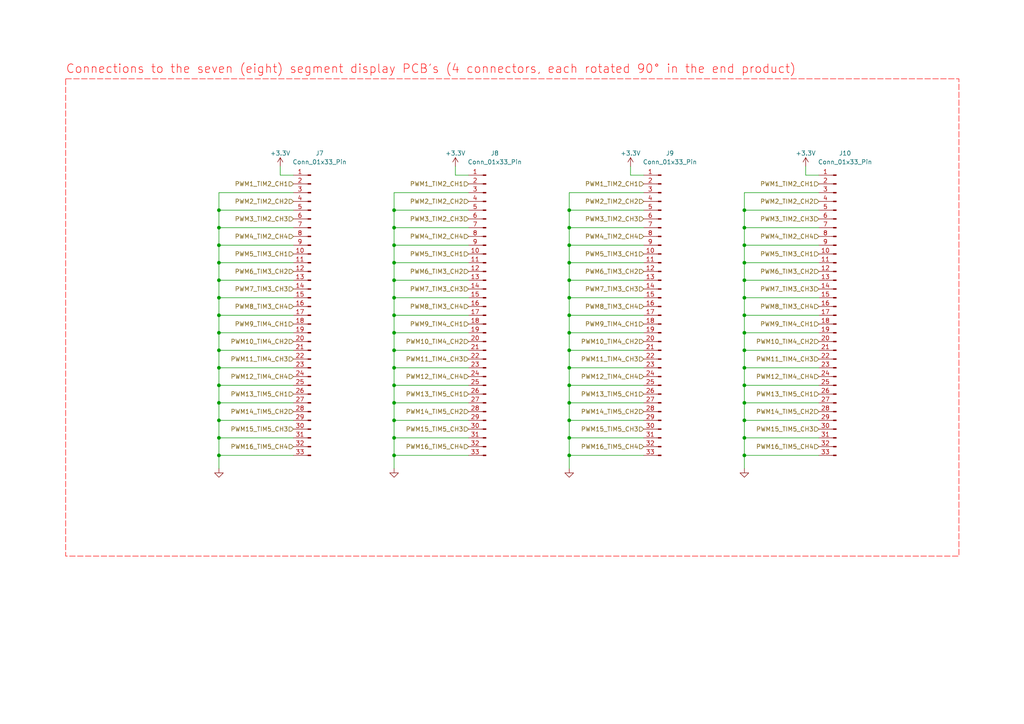
<source format=kicad_sch>
(kicad_sch (version 20230121) (generator eeschema)
  (paper "A4")
  (title_block (title "Shotclock Mainboard") (date "2023-06-28") (rev "1") (comment 1 "Author: M. de Waard"))
  (lib_symbols
    (symbol "Connector:Conn_01x33_Pin" (pin_names (offset 1.016) hide)
      (property "Reference" "J" (at 0 43.18 0))
      (property "Value" "Conn_01x33_Pin" (at 0 -43.18 0))
      (symbol "Conn_01x33_Pin_1_1"
        (polyline (pts (xy 1.27 -40.64) (xy 0.8636 -40.64)) (stroke (width 0.1524)))
        (polyline (pts (xy 1.27 -38.1) (xy 0.8636 -38.1)) (stroke (width 0.1524)))
        (polyline (pts (xy 1.27 -35.56) (xy 0.8636 -35.56)) (stroke (width 0.1524)))
        (polyline (pts (xy 1.27 -33.02) (xy 0.8636 -33.02)) (stroke (width 0.1524)))
        (polyline (pts (xy 1.27 -30.48) (xy 0.8636 -30.48)) (stroke (width 0.1524)))
        (polyline (pts (xy 1.27 -27.94) (xy 0.8636 -27.94)) (stroke (width 0.1524)))
        (polyline (pts (xy 1.27 -25.4) (xy 0.8636 -25.4)) (stroke (width 0.1524)))
        (polyline (pts (xy 1.27 -22.86) (xy 0.8636 -22.86)) (stroke (width 0.1524)))
        (polyline (pts (xy 1.27 -20.32) (xy 0.8636 -20.32)) (stroke (width 0.1524)))
        (polyline (pts (xy 1.27 -17.78) (xy 0.8636 -17.78)) (stroke (width 0.1524)))
        (polyline (pts (xy 1.27 -15.24) (xy 0.8636 -15.24)) (stroke (width 0.1524)))
        (polyline (pts (xy 1.27 -12.7) (xy 0.8636 -12.7)) (stroke (width 0.1524)))
        (polyline (pts (xy 1.27 -10.16) (xy 0.8636 -10.16)) (stroke (width 0.1524)))
        (polyline (pts (xy 1.27 -7.62) (xy 0.8636 -7.62)) (stroke (width 0.1524)))
        (polyline (pts (xy 1.27 -5.08) (xy 0.8636 -5.08)) (stroke (width 0.1524)))
        (polyline (pts (xy 1.27 -2.54) (xy 0.8636 -2.54)) (stroke (width 0.1524)))
        (polyline (pts (xy 1.27 0) (xy 0.8636 0)) (stroke (width 0.1524)))
        (polyline (pts (xy 1.27 2.54) (xy 0.8636 2.54)) (stroke (width 0.1524)))
        (polyline (pts (xy 1.27 5.08) (xy 0.8636 5.08)) (stroke (width 0.1524)))
        (polyline (pts (xy 1.27 7.62) (xy 0.8636 7.62)) (stroke (width 0.1524)))
        (polyline (pts (xy 1.27 10.16) (xy 0.8636 10.16)) (stroke (width 0.1524)))
        (polyline (pts (xy 1.27 12.7) (xy 0.8636 12.7)) (stroke (width 0.1524)))
        (polyline (pts (xy 1.27 15.24) (xy 0.8636 15.24)) (stroke (width 0.1524)))
        (polyline (pts (xy 1.27 17.78) (xy 0.8636 17.78)) (stroke (width 0.1524)))
        (polyline (pts (xy 1.27 20.32) (xy 0.8636 20.32)) (stroke (width 0.1524)))
        (polyline (pts (xy 1.27 22.86) (xy 0.8636 22.86)) (stroke (width 0.1524)))
        (polyline (pts (xy 1.27 25.4) (xy 0.8636 25.4)) (stroke (width 0.1524)))
        (polyline (pts (xy 1.27 27.94) (xy 0.8636 27.94)) (stroke (width 0.1524)))
        (polyline (pts (xy 1.27 30.48) (xy 0.8636 30.48)) (stroke (width 0.1524)))
        (polyline (pts (xy 1.27 33.02) (xy 0.8636 33.02)) (stroke (width 0.1524)))
        (polyline (pts (xy 1.27 35.56) (xy 0.8636 35.56)) (stroke (width 0.1524)))
        (polyline (pts (xy 1.27 38.1) (xy 0.8636 38.1)) (stroke (width 0.1524)))
        (polyline (pts (xy 1.27 40.64) (xy 0.8636 40.64)) (stroke (width 0.1524)))
        (rectangle (start 0.8636 -40.513) (end 0 -40.767) (stroke (width 0.1524)) (fill (type outline)))
        (rectangle (start 0.8636 -37.973) (end 0 -38.227) (stroke (width 0.1524)) (fill (type outline)))
        (rectangle (start 0.8636 -35.433) (end 0 -35.687) (stroke (width 0.1524)) (fill (type outline)))
        (rectangle (start 0.8636 -32.893) (end 0 -33.147) (stroke (width 0.1524)) (fill (type outline)))
        (rectangle (start 0.8636 -30.353) (end 0 -30.607) (stroke (width 0.1524)) (fill (type outline)))
        (rectangle (start 0.8636 -27.813) (end 0 -28.067) (stroke (width 0.1524)) (fill (type outline)))
        (rectangle (start 0.8636 -25.273) (end 0 -25.527) (stroke (width 0.1524)) (fill (type outline)))
        (rectangle (start 0.8636 -22.733) (end 0 -22.987) (stroke (width 0.1524)) (fill (type outline)))
        (rectangle (start 0.8636 -20.193) (end 0 -20.447) (stroke (width 0.1524)) (fill (type outline)))
        (rectangle (start 0.8636 -17.653) (end 0 -17.907) (stroke (width 0.1524)) (fill (type outline)))
        (rectangle (start 0.8636 -15.113) (end 0 -15.367) (stroke (width 0.1524)) (fill (type outline)))
        (rectangle (start 0.8636 -12.573) (end 0 -12.827) (stroke (width 0.1524)) (fill (type outline)))
        (rectangle (start 0.8636 -10.033) (end 0 -10.287) (stroke (width 0.1524)) (fill (type outline)))
        (rectangle (start 0.8636 -7.493) (end 0 -7.747) (stroke (width 0.1524)) (fill (type outline)))
        (rectangle (start 0.8636 -4.953) (end 0 -5.207) (stroke (width 0.1524)) (fill (type outline)))
        (rectangle (start 0.8636 -2.413) (end 0 -2.667) (stroke (width 0.1524)) (fill (type outline)))
        (rectangle (start 0.8636 0.127) (end 0 -0.127) (stroke (width 0.1524)) (fill (type outline)))
        (rectangle (start 0.8636 2.667) (end 0 2.413) (stroke (width 0.1524)) (fill (type outline)))
        (rectangle (start 0.8636 5.207) (end 0 4.953) (stroke (width 0.1524)) (fill (type outline)))
        (rectangle (start 0.8636 7.747) (end 0 7.493) (stroke (width 0.1524)) (fill (type outline)))
        (rectangle (start 0.8636 10.287) (end 0 10.033) (stroke (width 0.1524)) (fill (type outline)))
        (rectangle (start 0.8636 12.827) (end 0 12.573) (stroke (width 0.1524)) (fill (type outline)))
        (rectangle (start 0.8636 15.367) (end 0 15.113) (stroke (width 0.1524)) (fill (type outline)))
        (rectangle (start 0.8636 17.907) (end 0 17.653) (stroke (width 0.1524)) (fill (type outline)))
        (rectangle (start 0.8636 20.447) (end 0 20.193) (stroke (width 0.1524)) (fill (type outline)))
        (rectangle (start 0.8636 22.987) (end 0 22.733) (stroke (width 0.1524)) (fill (type outline)))
        (rectangle (start 0.8636 25.527) (end 0 25.273) (stroke (width 0.1524)) (fill (type outline)))
        (rectangle (start 0.8636 28.067) (end 0 27.813) (stroke (width 0.1524)) (fill (type outline)))
        (rectangle (start 0.8636 30.607) (end 0 30.353) (stroke (width 0.1524)) (fill (type outline)))
        (rectangle (start 0.8636 33.147) (end 0 32.893) (stroke (width 0.1524)) (fill (type outline)))
        (rectangle (start 0.8636 35.687) (end 0 35.433) (stroke (width 0.1524)) (fill (type outline)))
        (rectangle (start 0.8636 38.227) (end 0 37.973) (stroke (width 0.1524)) (fill (type outline)))
        (rectangle (start 0.8636 40.767) (end 0 40.513) (stroke (width 0.1524)) (fill (type outline)))
        (pin passive line (at 5.08 40.64 180) (length 3.81) (name "Pin_1") (number "1"))
        (pin passive line (at 5.08 17.78 180) (length 3.81) (name "Pin_10") (number "10"))
        (pin passive line (at 5.08 15.24 180) (length 3.81) (name "Pin_11") (number "11"))
        (pin passive line (at 5.08 12.7 180) (length 3.81) (name "Pin_12") (number "12"))
        (pin passive line (at 5.08 10.16 180) (length 3.81) (name "Pin_13") (number "13"))
        (pin passive line (at 5.08 7.62 180) (length 3.81) (name "Pin_14") (number "14"))
        (pin passive line (at 5.08 5.08 180) (length 3.81) (name "Pin_15") (number "15"))
        (pin passive line (at 5.08 2.54 180) (length 3.81) (name "Pin_16") (number "16"))
        (pin passive line (at 5.08 0 180) (length 3.81) (name "Pin_17") (number "17"))
        (pin passive line (at 5.08 -2.54 180) (length 3.81) (name "Pin_18") (number "18"))
        (pin passive line (at 5.08 -5.08 180) (length 3.81) (name "Pin_19") (number "19"))
        (pin passive line (at 5.08 38.1 180) (length 3.81) (name "Pin_2") (number "2"))
        (pin passive line (at 5.08 -7.62 180) (length 3.81) (name "Pin_20") (number "20"))
        (pin passive line (at 5.08 -10.16 180) (length 3.81) (name "Pin_21") (number "21"))
        (pin passive line (at 5.08 -12.7 180) (length 3.81) (name "Pin_22") (number "22"))
        (pin passive line (at 5.08 -15.24 180) (length 3.81) (name "Pin_23") (number "23"))
        (pin passive line (at 5.08 -17.78 180) (length 3.81) (name "Pin_24") (number "24"))
        (pin passive line (at 5.08 -20.32 180) (length 3.81) (name "Pin_25") (number "25"))
        (pin passive line (at 5.08 -22.86 180) (length 3.81) (name "Pin_26") (number "26"))
        (pin passive line (at 5.08 -25.4 180) (length 3.81) (name "Pin_27") (number "27"))
        (pin passive line (at 5.08 -27.94 180) (length 3.81) (name "Pin_28") (number "28"))
        (pin passive line (at 5.08 -30.48 180) (length 3.81) (name "Pin_29") (number "29"))
        (pin passive line (at 5.08 35.56 180) (length 3.81) (name "Pin_3") (number "3"))
        (pin passive line (at 5.08 -33.02 180) (length 3.81) (name "Pin_30") (number "30"))
        (pin passive line (at 5.08 -35.56 180) (length 3.81) (name "Pin_31") (number "31"))
        (pin passive line (at 5.08 -38.1 180) (length 3.81) (name "Pin_32") (number "32"))
        (pin passive line (at 5.08 -40.64 180) (length 3.81) (name "Pin_33") (number "33"))
        (pin passive line (at 5.08 33.02 180) (length 3.81) (name "Pin_4") (number "4"))
        (pin passive line (at 5.08 30.48 180) (length 3.81) (name "Pin_5") (number "5"))
        (pin passive line (at 5.08 27.94 180) (length 3.81) (name "Pin_6") (number "6"))
        (pin passive line (at 5.08 25.4 180) (length 3.81) (name "Pin_7") (number "7"))
        (pin passive line (at 5.08 22.86 180) (length 3.81) (name "Pin_8") (number "8"))
        (pin passive line (at 5.08 20.32 180) (length 3.81) (name "Pin_9") (number "9"))
      )
    )
    (symbol "power:+3.3V" (power) (pin_names (offset 0))
      (property "Value" "+3.3V" (at 0 3.556 0))
      (symbol "+3.3V_0_1"
        (polyline (pts (xy -0.762 1.27) (xy 0 2.54)))
        (polyline (pts (xy 0 0) (xy 0 2.54)))
        (polyline (pts (xy 0 2.54) (xy 0.762 1.27)))
      )
      (symbol "+3.3V_1_1"
        (pin power_in line (at 0 0 90) (length 0) hide (name "+3.3V") (number "1"))
      )
    )
    (symbol "power:GND" (power) (pin_names (offset 0))
      (property "Value" "GND" (at 0 -3.81 0))
      (symbol "GND_0_1"
        (polyline (pts (xy 0 0) (xy 0 -1.27) (xy 1.27 -1.27) (xy 0 -2.54) (xy -1.27 -1.27) (xy 0 -1.27)))
      )
      (symbol "GND_1_1"
        (pin power_in line (at 0 0 270) (length 0) hide (name "GND") (number "1"))
      )
    )
  )
  (junction (at 114.3 101.6))
  (junction (at 63.5 106.68))
  (junction (at 215.9 86.36))
  (junction (at 215.9 71.12))
  (junction (at 63.5 132.08))
  (junction (at 215.9 60.96))
  (junction (at 114.3 132.08))
  (junction (at 215.9 111.76))
  (junction (at 215.9 91.44))
  (junction (at 215.9 101.6))
  (junction (at 165.1 132.08))
  (junction (at 63.5 121.92))
  (junction (at 63.5 60.96))
  (junction (at 215.9 76.2))
  (junction (at 114.3 91.44))
  (junction (at 114.3 106.68))
  (junction (at 165.1 101.6))
  (junction (at 114.3 127))
  (junction (at 165.1 116.84))
  (junction (at 215.9 96.52))
  (junction (at 215.9 106.68))
  (junction (at 114.3 121.92))
  (junction (at 165.1 86.36))
  (junction (at 63.5 81.28))
  (junction (at 215.9 121.92))
  (junction (at 215.9 116.84))
  (junction (at 165.1 71.12))
  (junction (at 215.9 81.28))
  (junction (at 215.9 132.08))
  (junction (at 165.1 111.76))
  (junction (at 165.1 60.96))
  (junction (at 165.1 81.28))
  (junction (at 63.5 101.6))
  (junction (at 63.5 127))
  (junction (at 63.5 71.12))
  (junction (at 165.1 96.52))
  (junction (at 165.1 127))
  (junction (at 165.1 66.04))
  (junction (at 114.3 76.2))
  (junction (at 165.1 106.68))
  (junction (at 63.5 116.84))
  (junction (at 63.5 76.2))
  (junction (at 114.3 111.76))
  (junction (at 165.1 76.2))
  (junction (at 114.3 71.12))
  (junction (at 215.9 66.04))
  (junction (at 165.1 121.92))
  (junction (at 114.3 96.52))
  (junction (at 114.3 66.04))
  (junction (at 165.1 91.44))
  (junction (at 63.5 66.04))
  (junction (at 215.9 127))
  (junction (at 63.5 96.52))
  (junction (at 63.5 86.36))
  (junction (at 114.3 86.36))
  (junction (at 114.3 116.84))
  (junction (at 63.5 111.76))
  (junction (at 114.3 81.28))
  (junction (at 63.5 91.44))
  (junction (at 114.3 60.96))
  (wire (pts (xy 114.3 55.88) (xy 114.3 60.96)))
  (wire (pts (xy 114.3 81.28) (xy 135.89 81.28)))
  (wire (pts (xy 63.5 121.92) (xy 85.09 121.92)))
  (wire (pts (xy 215.9 91.44) (xy 237.49 91.44)))
  (wire (pts (xy 165.1 127) (xy 165.1 132.08)))
  (wire (pts (xy 165.1 101.6) (xy 165.1 106.68)))
  (wire (pts (xy 215.9 132.08) (xy 237.49 132.08)))
  (wire (pts (xy 114.3 127) (xy 135.89 127)))
  (wire (pts (xy 63.5 66.04) (xy 63.5 71.12)))
  (wire (pts (xy 63.5 86.36) (xy 85.09 86.36)))
  (wire (pts (xy 165.1 132.08) (xy 165.1 135.89)))
  (wire (pts (xy 165.1 86.36) (xy 165.1 91.44)))
  (wire (pts (xy 233.68 50.8) (xy 237.49 50.8)))
  (wire (pts (xy 165.1 71.12) (xy 165.1 76.2)))
  (wire (pts (xy 215.9 86.36) (xy 215.9 91.44)))
  (wire (pts (xy 215.9 60.96) (xy 237.49 60.96)))
  (wire (pts (xy 233.68 48.26) (xy 233.68 50.8)))
  (wire (pts (xy 215.9 101.6) (xy 215.9 106.68)))
  (wire (pts (xy 186.69 55.88) (xy 165.1 55.88)))
  (wire (pts (xy 165.1 91.44) (xy 165.1 96.52)))
  (wire (pts (xy 132.08 50.8) (xy 135.89 50.8)))
  (wire (pts (xy 114.3 96.52) (xy 135.89 96.52)))
  (wire (pts (xy 215.9 66.04) (xy 237.49 66.04)))
  (wire (pts (xy 114.3 66.04) (xy 114.3 71.12)))
  (wire (pts (xy 114.3 127) (xy 114.3 132.08)))
  (wire (pts (xy 63.5 91.44) (xy 63.5 96.52)))
  (wire (pts (xy 63.5 106.68) (xy 85.09 106.68)))
  (wire (pts (xy 63.5 76.2) (xy 63.5 81.28)))
  (wire (pts (xy 114.3 101.6) (xy 135.89 101.6)))
  (wire (pts (xy 165.1 101.6) (xy 186.69 101.6)))
  (wire (pts (xy 114.3 101.6) (xy 114.3 106.68)))
  (wire (pts (xy 114.3 132.08) (xy 114.3 135.89)))
  (wire (pts (xy 63.5 60.96) (xy 85.09 60.96)))
  (wire (pts (xy 165.1 116.84) (xy 165.1 121.92)))
  (wire (pts (xy 215.9 86.36) (xy 237.49 86.36)))
  (wire (pts (xy 165.1 60.96) (xy 165.1 66.04)))
  (wire (pts (xy 165.1 106.68) (xy 165.1 111.76)))
  (wire (pts (xy 114.3 76.2) (xy 114.3 81.28)))
  (wire (pts (xy 63.5 111.76) (xy 63.5 116.84)))
  (wire (pts (xy 215.9 101.6) (xy 237.49 101.6)))
  (wire (pts (xy 63.5 116.84) (xy 63.5 121.92)))
  (wire (pts (xy 215.9 71.12) (xy 237.49 71.12)))
  (wire (pts (xy 215.9 96.52) (xy 215.9 101.6)))
  (wire (pts (xy 63.5 111.76) (xy 85.09 111.76)))
  (wire (pts (xy 132.08 48.26) (xy 132.08 50.8)))
  (wire (pts (xy 114.3 86.36) (xy 135.89 86.36)))
  (wire (pts (xy 215.9 106.68) (xy 237.49 106.68)))
  (wire (pts (xy 63.5 81.28) (xy 63.5 86.36)))
  (wire (pts (xy 182.88 50.8) (xy 186.69 50.8)))
  (wire (pts (xy 63.5 60.96) (xy 63.5 66.04)))
  (wire (pts (xy 165.1 96.52) (xy 165.1 101.6)))
  (wire (pts (xy 165.1 81.28) (xy 186.69 81.28)))
  (wire (pts (xy 63.5 121.92) (xy 63.5 127)))
  (wire (pts (xy 63.5 96.52) (xy 63.5 101.6)))
  (wire (pts (xy 165.1 111.76) (xy 186.69 111.76)))
  (wire (pts (xy 63.5 81.28) (xy 85.09 81.28)))
  (wire (pts (xy 165.1 127) (xy 186.69 127)))
  (wire (pts (xy 114.3 81.28) (xy 114.3 86.36)))
  (wire (pts (xy 63.5 116.84) (xy 85.09 116.84)))
  (wire (pts (xy 114.3 60.96) (xy 135.89 60.96)))
  (wire (pts (xy 165.1 76.2) (xy 186.69 76.2)))
  (wire (pts (xy 165.1 86.36) (xy 186.69 86.36)))
  (wire (pts (xy 215.9 76.2) (xy 237.49 76.2)))
  (wire (pts (xy 63.5 132.08) (xy 63.5 135.89)))
  (wire (pts (xy 215.9 60.96) (xy 215.9 66.04)))
  (wire (pts (xy 114.3 76.2) (xy 135.89 76.2)))
  (wire (pts (xy 63.5 66.04) (xy 85.09 66.04)))
  (wire (pts (xy 165.1 96.52) (xy 186.69 96.52)))
  (wire (pts (xy 63.5 86.36) (xy 63.5 91.44)))
  (wire (pts (xy 215.9 91.44) (xy 215.9 96.52)))
  (wire (pts (xy 215.9 127) (xy 215.9 132.08)))
  (wire (pts (xy 165.1 132.08) (xy 186.69 132.08)))
  (wire (pts (xy 114.3 111.76) (xy 114.3 116.84)))
  (wire (pts (xy 135.89 55.88) (xy 114.3 55.88)))
  (wire (pts (xy 114.3 116.84) (xy 114.3 121.92)))
  (wire (pts (xy 114.3 132.08) (xy 135.89 132.08)))
  (wire (pts (xy 63.5 76.2) (xy 85.09 76.2)))
  (wire (pts (xy 63.5 106.68) (xy 63.5 111.76)))
  (wire (pts (xy 63.5 71.12) (xy 63.5 76.2)))
  (wire (pts (xy 215.9 71.12) (xy 215.9 76.2)))
  (wire (pts (xy 114.3 71.12) (xy 135.89 71.12)))
  (wire (pts (xy 63.5 91.44) (xy 85.09 91.44)))
  (wire (pts (xy 63.5 127) (xy 63.5 132.08)))
  (wire (pts (xy 215.9 55.88) (xy 215.9 60.96)))
  (wire (pts (xy 215.9 96.52) (xy 237.49 96.52)))
  (wire (pts (xy 63.5 101.6) (xy 63.5 106.68)))
  (wire (pts (xy 63.5 96.52) (xy 85.09 96.52)))
  (wire (pts (xy 63.5 101.6) (xy 85.09 101.6)))
  (wire (pts (xy 165.1 116.84) (xy 186.69 116.84)))
  (wire (pts (xy 237.49 55.88) (xy 215.9 55.88)))
  (wire (pts (xy 215.9 121.92) (xy 237.49 121.92)))
  (wire (pts (xy 215.9 106.68) (xy 215.9 111.76)))
  (wire (pts (xy 63.5 132.08) (xy 85.09 132.08)))
  (wire (pts (xy 165.1 60.96) (xy 186.69 60.96)))
  (wire (pts (xy 215.9 116.84) (xy 215.9 121.92)))
  (wire (pts (xy 63.5 71.12) (xy 85.09 71.12)))
  (wire (pts (xy 114.3 86.36) (xy 114.3 91.44)))
  (wire (pts (xy 165.1 106.68) (xy 186.69 106.68)))
  (wire (pts (xy 215.9 66.04) (xy 215.9 71.12)))
  (wire (pts (xy 215.9 127) (xy 237.49 127)))
  (wire (pts (xy 114.3 121.92) (xy 114.3 127)))
  (wire (pts (xy 114.3 96.52) (xy 114.3 101.6)))
  (wire (pts (xy 165.1 81.28) (xy 165.1 86.36)))
  (wire (pts (xy 182.88 48.26) (xy 182.88 50.8)))
  (wire (pts (xy 215.9 111.76) (xy 237.49 111.76)))
  (wire (pts (xy 81.28 50.8) (xy 85.09 50.8)))
  (wire (pts (xy 165.1 76.2) (xy 165.1 81.28)))
  (wire (pts (xy 215.9 76.2) (xy 215.9 81.28)))
  (wire (pts (xy 63.5 55.88) (xy 63.5 60.96)))
  (wire (pts (xy 165.1 121.92) (xy 186.69 121.92)))
  (wire (pts (xy 114.3 91.44) (xy 114.3 96.52)))
  (wire (pts (xy 165.1 121.92) (xy 165.1 127)))
  (wire (pts (xy 81.28 48.26) (xy 81.28 50.8)))
  (wire (pts (xy 114.3 60.96) (xy 114.3 66.04)))
  (wire (pts (xy 165.1 91.44) (xy 186.69 91.44)))
  (wire (pts (xy 215.9 81.28) (xy 237.49 81.28)))
  (wire (pts (xy 114.3 106.68) (xy 114.3 111.76)))
  (wire (pts (xy 215.9 132.08) (xy 215.9 135.89)))
  (wire (pts (xy 114.3 111.76) (xy 135.89 111.76)))
  (wire (pts (xy 85.09 55.88) (xy 63.5 55.88)))
  (wire (pts (xy 114.3 91.44) (xy 135.89 91.44)))
  (wire (pts (xy 165.1 55.88) (xy 165.1 60.96)))
  (wire (pts (xy 63.5 127) (xy 85.09 127)))
  (wire (pts (xy 114.3 66.04) (xy 135.89 66.04)))
  (wire (pts (xy 215.9 81.28) (xy 215.9 86.36)))
  (wire (pts (xy 165.1 111.76) (xy 165.1 116.84)))
  (wire (pts (xy 215.9 111.76) (xy 215.9 116.84)))
  (wire (pts (xy 165.1 66.04) (xy 165.1 71.12)))
  (wire (pts (xy 114.3 106.68) (xy 135.89 106.68)))
  (wire (pts (xy 114.3 71.12) (xy 114.3 76.2)))
  (wire (pts (xy 165.1 71.12) (xy 186.69 71.12)))
  (wire (pts (xy 215.9 121.92) (xy 215.9 127)))
  (wire (pts (xy 114.3 121.92) (xy 135.89 121.92)))
  (wire (pts (xy 114.3 116.84) (xy 135.89 116.84)))
  (wire (pts (xy 215.9 116.84) (xy 237.49 116.84)))
  (wire (pts (xy 165.1 66.04) (xy 186.69 66.04)))
  (rectangle (start 19.05 22.86) (end 278.13 161.29) (stroke (width 0) (type dash) (color 255 0 0 1)))
  (text "Connections to the seven (eight) segment display PCB's (4 connectors, each rotated 90° in the end product)" (at 19.05 21.59 0) (effects (font (size 2.5 2.5)) (justify left bottom)))
  (hierarchical_label "PWM5_TIM3_CH1" (shape input) (at 85.09 73.66 180))
  (hierarchical_label "PWM12_TIM4_CH4" (shape input) (at 85.09 109.22 180))
  (hierarchical_label "PWM13_TIM5_CH1" (shape input) (at 237.49 114.3 180))
  (hierarchical_label "PWM16_TIM5_CH4" (shape input) (at 237.49 129.54 180))
  (hierarchical_label "PWM5_TIM3_CH1" (shape input) (at 135.89 73.66 180))
  (hierarchical_label "PWM10_TIM4_CH2" (shape input) (at 85.09 99.06 180))
  (hierarchical_label "PWM2_TIM2_CH2" (shape input) (at 186.69 58.42 180))
  (hierarchical_label "PWM12_TIM4_CH4" (shape input) (at 186.69 109.22 180))
  (hierarchical_label "PWM13_TIM5_CH1" (shape input) (at 85.09 114.3 180))
  (hierarchical_label "PWM15_TIM5_CH3" (shape input) (at 85.09 124.46 180))
  (hierarchical_label "PWM15_TIM5_CH3" (shape input) (at 135.89 124.46 180))
  (hierarchical_label "PWM10_TIM4_CH2" (shape input) (at 135.89 99.06 180))
  (hierarchical_label "PWM4_TIM2_CH4" (shape input) (at 135.89 68.58 180))
  (hierarchical_label "PWM8_TIM3_CH4" (shape input) (at 85.09 88.9 180))
  (hierarchical_label "PWM9_TIM4_CH1" (shape input) (at 135.89 93.98 180))
  (hierarchical_label "PWM15_TIM5_CH3" (shape input) (at 237.49 124.46 180))
  (hierarchical_label "PWM2_TIM2_CH2" (shape input) (at 85.09 58.42 180))
  (hierarchical_label "PWM4_TIM2_CH4" (shape input) (at 237.49 68.58 180))
  (hierarchical_label "PWM1_TIM2_CH1" (shape input) (at 186.69 53.34 180))
  (hierarchical_label "PWM6_TIM3_CH2" (shape input) (at 85.09 78.74 180))
  (hierarchical_label "PWM11_TIM4_CH3" (shape input) (at 135.89 104.14 180))
  (hierarchical_label "PWM3_TIM2_CH3" (shape input) (at 85.09 63.5 180))
  (hierarchical_label "PWM3_TIM2_CH3" (shape input) (at 186.69 63.5 180))
  (hierarchical_label "PWM1_TIM2_CH1" (shape input) (at 237.49 53.34 180))
  (hierarchical_label "PWM11_TIM4_CH3" (shape input) (at 186.69 104.14 180))
  (hierarchical_label "PWM8_TIM3_CH4" (shape input) (at 237.49 88.9 180))
  (hierarchical_label "PWM6_TIM3_CH2" (shape input) (at 237.49 78.74 180))
  (hierarchical_label "PWM14_TIM5_CH2" (shape input) (at 237.49 119.38 180))
  (hierarchical_label "PWM9_TIM4_CH1" (shape input) (at 85.09 93.98 180))
  (hierarchical_label "PWM13_TIM5_CH1" (shape input) (at 186.69 114.3 180))
  (hierarchical_label "PWM7_TIM3_CH3" (shape input) (at 237.49 83.82 180))
  (hierarchical_label "PWM4_TIM2_CH4" (shape input) (at 186.69 68.58 180))
  (hierarchical_label "PWM12_TIM4_CH4" (shape input) (at 135.89 109.22 180))
  (hierarchical_label "PWM14_TIM5_CH2" (shape input) (at 186.69 119.38 180))
  (hierarchical_label "PWM16_TIM5_CH4" (shape input) (at 135.89 129.54 180))
  (hierarchical_label "PWM6_TIM3_CH2" (shape input) (at 135.89 78.74 180))
  (hierarchical_label "PWM14_TIM5_CH2" (shape input) (at 85.09 119.38 180))
  (hierarchical_label "PWM6_TIM3_CH2" (shape input) (at 186.69 78.74 180))
  (hierarchical_label "PWM11_TIM4_CH3" (shape input) (at 237.49 104.14 180))
  (hierarchical_label "PWM7_TIM3_CH3" (shape input) (at 186.69 83.82 180))
  (hierarchical_label "PWM9_TIM4_CH1" (shape input) (at 237.49 93.98 180))
  (hierarchical_label "PWM4_TIM2_CH4" (shape input) (at 85.09 68.58 180))
  (hierarchical_label "PWM2_TIM2_CH2" (shape input) (at 237.49 58.42 180))
  (hierarchical_label "PWM7_TIM3_CH3" (shape input) (at 85.09 83.82 180))
  (hierarchical_label "PWM5_TIM3_CH1" (shape input) (at 186.69 73.66 180))
  (hierarchical_label "PWM7_TIM3_CH3" (shape input) (at 135.89 83.82 180))
  (hierarchical_label "PWM12_TIM4_CH4" (shape input) (at 237.49 109.22 180))
  (hierarchical_label "PWM1_TIM2_CH1" (shape input) (at 85.09 53.34 180))
  (hierarchical_label "PWM10_TIM4_CH2" (shape input) (at 186.69 99.06 180))
  (hierarchical_label "PWM11_TIM4_CH3" (shape input) (at 85.09 104.14 180))
  (hierarchical_label "PWM1_TIM2_CH1" (shape input) (at 135.89 53.34 180))
  (hierarchical_label "PWM2_TIM2_CH2" (shape input) (at 135.89 58.42 180))
  (hierarchical_label "PWM13_TIM5_CH1" (shape input) (at 135.89 114.3 180))
  (hierarchical_label "PWM8_TIM3_CH4" (shape input) (at 135.89 88.9 180))
  (hierarchical_label "PWM3_TIM2_CH3" (shape input) (at 135.89 63.5 180))
  (hierarchical_label "PWM10_TIM4_CH2" (shape input) (at 237.49 99.06 180))
  (hierarchical_label "PWM9_TIM4_CH1" (shape input) (at 186.69 93.98 180))
  (hierarchical_label "PWM15_TIM5_CH3" (shape input) (at 186.69 124.46 180))
  (hierarchical_label "PWM14_TIM5_CH2" (shape input) (at 135.89 119.38 180))
  (hierarchical_label "PWM16_TIM5_CH4" (shape input) (at 186.69 129.54 180))
  (hierarchical_label "PWM16_TIM5_CH4" (shape input) (at 85.09 129.54 180))
  (hierarchical_label "PWM5_TIM3_CH1" (shape input) (at 237.49 73.66 180))
  (hierarchical_label "PWM8_TIM3_CH4" (shape input) (at 186.69 88.9 180))
  (hierarchical_label "PWM3_TIM2_CH3" (shape input) (at 237.49 63.5 180))
  (symbol (lib_id "power:GND") (at 63.5 135.89 0) (unit 1)
    (property "Reference" "#PWR026" (effects hide))
    (property "Value" "GND" (effects hide))
    (instances (project "ShotClockProject" (path "" (reference "#PWR026") (unit 1)) (path "" (reference "#PWR023") (unit 1)) (path "" (reference "#PWR065") (unit 1))))
  )
  (symbol (lib_id "power:GND") (at 215.9 135.89 0) (unit 1)
    (property "Reference" "#PWR026" (effects hide))
    (property "Value" "GND" (effects hide))
    (instances (project "ShotClockProject" (path "" (reference "#PWR026") (unit 1)) (path "" (reference "#PWR023") (unit 1)) (path "" (reference "#PWR068") (unit 1))))
  )
  (symbol (lib_id "power:+3.3V") (at 81.28 48.26 0) (unit 1)
    (property "Reference" "#PWR02" (effects hide))
    (property "Value" "+3.3V" (at 81.28 44.45 0))
    (instances (project "ShotClockProject" (path "" (reference "#PWR02") (unit 1)) (path "" (reference "#PWR06") (unit 1)) (path "" (reference "#PWR061") (unit 1))))
  )
  (symbol (lib_id "power:GND") (at 114.3 135.89 0) (unit 1)
    (property "Reference" "#PWR026" (effects hide))
    (property "Value" "GND" (effects hide))
    (instances (project "ShotClockProject" (path "" (reference "#PWR026") (unit 1)) (path "" (reference "#PWR023") (unit 1)) (path "" (reference "#PWR066") (unit 1))))
  )
  (symbol (lib_id "Connector:Conn_01x33_Pin") (at 90.17 91.44 0) (mirror y) (unit 1)
    (property "Reference" "J7" (at 92.71 44.45 0))
    (property "Value" "Conn_01x33_Pin" (at 92.71 46.99 0))
    (property "Footprint" "Connector_PinHeader_2.54mm:PinHeader_1x33_P2.54mm_Horizontal" (effects hide))
  )
  (symbol (lib_id "Connector:Conn_01x33_Pin") (at 191.77 91.44 0) (mirror y) (unit 1)
    (property "Reference" "J9" (at 194.31 44.45 0))
    (property "Value" "Conn_01x33_Pin" (at 194.31 46.99 0))
    (property "Footprint" "Connector_PinHeader_2.54mm:PinHeader_1x33_P2.54mm_Horizontal" (effects hide))
  )
  (symbol (lib_id "power:+3.3V") (at 182.88 48.26 0) (unit 1)
    (property "Reference" "#PWR02" (effects hide))
    (property "Value" "+3.3V" (at 182.88 44.45 0))
    (instances (project "ShotClockProject" (path "" (reference "#PWR02") (unit 1)) (path "" (reference "#PWR06") (unit 1)) (path "" (reference "#PWR063") (unit 1))))
  )
  (symbol (lib_id "power:GND") (at 165.1 135.89 0) (unit 1)
    (property "Reference" "#PWR026" (effects hide))
    (property "Value" "GND" (effects hide))
    (instances (project "ShotClockProject" (path "" (reference "#PWR026") (unit 1)) (path "" (reference "#PWR023") (unit 1)) (path "" (reference "#PWR067") (unit 1))))
  )
  (symbol (lib_id "power:+3.3V") (at 233.68 48.26 0) (unit 1)
    (property "Reference" "#PWR02" (effects hide))
    (property "Value" "+3.3V" (at 233.68 44.45 0))
    (instances (project "ShotClockProject" (path "" (reference "#PWR02") (unit 1)) (path "" (reference "#PWR06") (unit 1)) (path "" (reference "#PWR064") (unit 1))))
  )
  (symbol (lib_id "power:+3.3V") (at 132.08 48.26 0) (unit 1)
    (property "Reference" "#PWR02" (effects hide))
    (property "Value" "+3.3V" (at 132.08 44.45 0))
    (instances (project "ShotClockProject" (path "" (reference "#PWR02") (unit 1)) (path "" (reference "#PWR06") (unit 1)) (path "" (reference "#PWR062") (unit 1))))
  )
  (symbol (lib_id "Connector:Conn_01x33_Pin") (at 242.57 91.44 0) (mirror y) (unit 1)
    (property "Reference" "J10" (at 245.11 44.45 0))
    (property "Value" "Conn_01x33_Pin" (at 245.11 46.99 0))
    (property "Footprint" "Connector_PinHeader_2.54mm:PinHeader_1x33_P2.54mm_Horizontal" (effects hide))
  )
  (symbol (lib_id "Connector:Conn_01x33_Pin") (at 140.97 91.44 0) (mirror y) (unit 1)
    (property "Reference" "J8" (at 143.51 44.45 0))
    (property "Value" "Conn_01x33_Pin" (at 143.51 46.99 0))
    (property "Footprint" "Connector_PinHeader_2.54mm:PinHeader_1x33_P2.54mm_Horizontal" (effects hide))
  )
)
</source>
